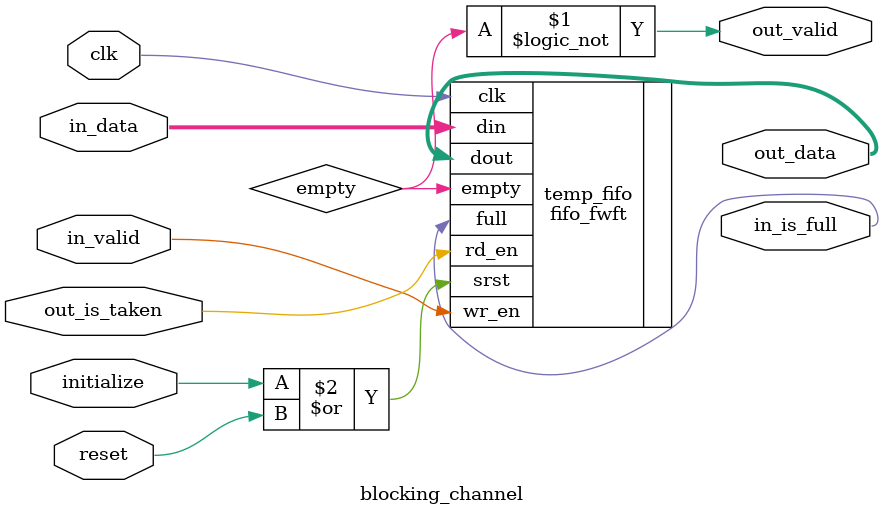
<source format=sv>
`timescale 1ns / 1ps

module blocking_channel #(
    parameter WIDTH = 8  // width of data
) (
    input [WIDTH-1:0] in_data,
    input in_valid,
    output in_is_full,
    output [WIDTH-1:0] out_data,
    output out_valid,
    input out_is_taken,
    input clk,
    input reset,
    input initialize
);

// Temporary code to convert the blocking channel to fwft fifo

wire empty;
assign out_valid = !empty;

fifo_fwft #(.DEPTH(16), .WIDTH(WIDTH)) temp_fifo 
    (
    .clk(clk),
    .srst(initialize | reset),
    .wr_en(in_valid),
    .din(in_data),
    .full(in_is_full),
    .empty(empty),
    .dout(out_data),
    .rd_en(out_is_taken)
);

// old code

// // Nami : Improved this by converting to a ping-pong buffer.
// // Supports 1 message / clock without long combinational path
// // old comments : 
// // current implementation doesn't support 1 message / clock, it only supports 1 message / 2 clock cycles
// // improve this later but keep the same interface
// // the challenge here is that `in_is_full` should not be a combinational logic based on `out_is_taken`
// // otherwise multiple processing units could have a super long path of dependency, making the clock rate of the system scaling down with code distance



// reg [WIDTH-1:0] buffer_data_a;
// reg buffer_valid_a;
// reg [WIDTH-1:0] buffer_data_b;
// reg buffer_valid_b;
// reg selected_read_reg;
// reg selected_write_reg;

// assign out_data = selected_read_reg ? buffer_data_b : buffer_data_a;
// assign out_valid = selected_read_reg ? buffer_valid_b : buffer_valid_a;
// assign in_is_full = selected_write_reg ? buffer_valid_b : buffer_valid_a;

// always @(posedge clk) begin
//     if (reset) begin
//         buffer_valid_a <= 0;
//     end else begin
//         if (initialize) begin
//             buffer_valid_a <= 0;
//         end else if (buffer_valid_a) begin  // do not take input data
//             if (out_is_taken && !selected_read_reg) begin
//                 buffer_valid_a <= 0;
//             end
//         end else begin
//             if(!selected_write_reg) begin
//                 buffer_valid_a <= in_valid;
//                 buffer_data_a <= in_data;
//             end
//         end
//     end
// end

// always @(posedge clk) begin
//     if (reset) begin
//         buffer_valid_b <= 0;
//     end else begin
//         if (initialize) begin
//             buffer_valid_b <= 0;
//         end else if (buffer_valid_b) begin  // do not take input data
//             if (out_is_taken && selected_read_reg) begin
//                 buffer_valid_b <= 0;
//             end
//         end else begin
//             if(selected_write_reg) begin
//                 buffer_valid_b <= in_valid;
//                 buffer_data_b <= in_data;
//             end
//         end
//     end
// end

// always @(posedge clk) begin
//     if (reset) begin
//         selected_read_reg <= 0;
//     end else begin
//         if (initialize) begin
//             selected_read_reg <= 0;
//         end else if (selected_read_reg) begin
//             if (buffer_valid_b && out_is_taken) begin  // do not take input data
//                 selected_read_reg <= 0;
//             end
//         end else begin
//             if (buffer_valid_a && out_is_taken) begin  // do not take input data
//                 selected_read_reg <= 1;
//             end
//         end
//     end
// end

// always @(posedge clk) begin
//     if (reset) begin
//         selected_write_reg <= 0;
//     end else begin
//         if (initialize) begin
//             selected_write_reg <= 0;
//         end else if (selected_write_reg) begin
//             if (!buffer_valid_b && in_valid) begin  // do not take input data
//                 selected_write_reg <= 0;
//             end
//         end else begin
//             if (!buffer_valid_a && in_valid) begin  // do not take input data
//                 selected_write_reg <= 1;
//             end
//         end
//     end
// end

endmodule

</source>
